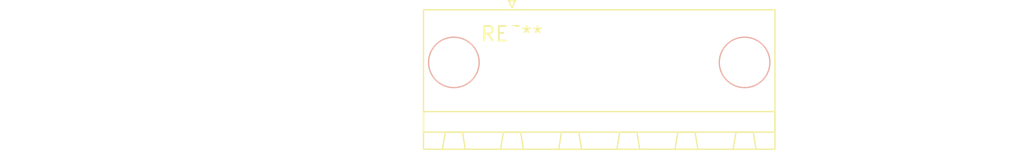
<source format=kicad_pcb>
(kicad_pcb (version 20240108) (generator pcbnew)
  (layers (0 "F.Cu" signal) (31 "B.Cu" signal) (34 "B.Paste" user) (35 "F.Paste" user) (36 "B.SilkS" user "B.Silkscreen") (37 "F.SilkS" user "F.Silkscreen") (38 "B.Mask" user) (39 "F.Mask" user) (44 "Edge.Cuts" user))
  (net 0 "")
  (footprint "PhoenixContact_MSTB_2,5_4-GF-5,08_1x04_P5.08mm_Horizontal_ThreadedFlange_MountHole" (layer "F.Cu") (at 0 0)
    (property "Reference" "REF**")
    (property "Value" "PhoenixContact_MSTB_2,5_4-GF-5,08_1x04_P5.08mm_Horizontal_ThreadedFlange_MountHole")
    (fp_circle (center -5.08 2.5) (end -2.87 2.5) (layer "B.SilkS") (stroke (width 0.12)) (fill none))
    (fp_circle (center 20.32 2.5) (end 22.53 2.5) (layer "B.SilkS") (stroke (width 0.12)) (fill none))
    (fp_line (start -7.73 -2.11) (end -7.73 10.11) (layer "F.SilkS") (stroke (width 0.12)))
    (fp_line (start -7.73 6.81) (end 22.97 6.81) (layer "F.SilkS") (stroke (width 0.12)))
    (fp_line (start -7.73 8.61) (end -7.73 6.81) (layer "F.SilkS") (stroke (width 0.12)))
    (fp_line (start -7.73 10.11) (end 22.97 10.11) (layer "F.SilkS") (stroke (width 0.12)))
    (fp_line (start -6.08 10.11) (end -4.08 10.11) (layer "F.SilkS") (stroke (width 0.12)))
    (fp_line (start -5.83 8.61) (end -6.08 10.11) (layer "F.SilkS") (stroke (width 0.12)))
    (fp_line (start -4.33 8.61) (end -5.83 8.61) (layer "F.SilkS") (stroke (width 0.12)))
    (fp_line (start -4.08 10.11) (end -4.33 8.61) (layer "F.SilkS") (stroke (width 0.12)))
    (fp_line (start -1 10.11) (end 1 10.11) (layer "F.SilkS") (stroke (width 0.12)))
    (fp_line (start -0.75 8.61) (end -1 10.11) (layer "F.SilkS") (stroke (width 0.12)))
    (fp_line (start -0.3 -2.91) (end 0.3 -2.91) (layer "F.SilkS") (stroke (width 0.12)))
    (fp_line (start 0 -2.31) (end -0.3 -2.91) (layer "F.SilkS") (stroke (width 0.12)))
    (fp_line (start 0.3 -2.91) (end 0 -2.31) (layer "F.SilkS") (stroke (width 0.12)))
    (fp_line (start 0.75 8.61) (end -0.75 8.61) (layer "F.SilkS") (stroke (width 0.12)))
    (fp_line (start 1 10.11) (end 0.75 8.61) (layer "F.SilkS") (stroke (width 0.12)))
    (fp_line (start 4.08 10.11) (end 6.08 10.11) (layer "F.SilkS") (stroke (width 0.12)))
    (fp_line (start 4.33 8.61) (end 4.08 10.11) (layer "F.SilkS") (stroke (width 0.12)))
    (fp_line (start 5.83 8.61) (end 4.33 8.61) (layer "F.SilkS") (stroke (width 0.12)))
    (fp_line (start 6.08 10.11) (end 5.83 8.61) (layer "F.SilkS") (stroke (width 0.12)))
    (fp_line (start 9.16 10.11) (end 11.16 10.11) (layer "F.SilkS") (stroke (width 0.12)))
    (fp_line (start 9.41 8.61) (end 9.16 10.11) (layer "F.SilkS") (stroke (width 0.12)))
    (fp_line (start 10.91 8.61) (end 9.41 8.61) (layer "F.SilkS") (stroke (width 0.12)))
    (fp_line (start 11.16 10.11) (end 10.91 8.61) (layer "F.SilkS") (stroke (width 0.12)))
    (fp_line (start 14.24 10.11) (end 16.24 10.11) (layer "F.SilkS") (stroke (width 0.12)))
    (fp_line (start 14.49 8.61) (end 14.24 10.11) (layer "F.SilkS") (stroke (width 0.12)))
    (fp_line (start 15.99 8.61) (end 14.49 8.61) (layer "F.SilkS") (stroke (width 0.12)))
    (fp_line (start 16.24 10.11) (end 15.99 8.61) (layer "F.SilkS") (stroke (width 0.12)))
    (fp_line (start 19.32 10.11) (end 21.32 10.11) (layer "F.SilkS") (stroke (width 0.12)))
    (fp_line (start 19.57 8.61) (end 19.32 10.11) (layer "F.SilkS") (stroke (width 0.12)))
    (fp_line (start 21.07 8.61) (end 19.57 8.61) (layer "F.SilkS") (stroke (width 0.12)))
    (fp_line (start 21.32 10.11) (end 21.07 8.61) (layer "F.SilkS") (stroke (width 0.12)))
    (fp_line (start 22.97 -2.11) (end -7.73 -2.11) (layer "F.SilkS") (stroke (width 0.12)))
    (fp_line (start 22.97 6.81) (end 22.97 8.61) (layer "F.SilkS") (stroke (width 0.12)))
    (fp_line (start 22.97 8.61) (end -7.73 8.61) (layer "F.SilkS") (stroke (width 0.12)))
    (fp_line (start 22.97 10.11) (end 22.97 -2.11) (layer "F.SilkS") (stroke (width 0.12)))
    (pad "" np_thru_hole circle (at -5.08 2.5) (size 2.4 2.4) (drill 2.4) (layers *.Cu *.Mask))
    (pad "" np_thru_hole circle (at 20.32 2.5) (size 2.4 2.4) (drill 2.4) (layers *.Cu *.Mask))
    (pad "1" thru_hole roundrect (at 0 0) (size 2.08 3.6) (drill 1.4) (layers *.Cu *.Mask) (remove_unused_layers) (roundrect_rratio 0.120192))
    (pad "2" thru_hole oval (at 5.08 0) (size 2.08 3.6) (drill 1.4) (layers *.Cu *.Mask) (remove_unused_layers))
    (pad "3" thru_hole oval (at 10.16 0) (size 2.08 3.6) (drill 1.4) (layers *.Cu *.Mask) (remove_unused_layers))
    (pad "4" thru_hole oval (at 15.24 0) (size 2.08 3.6) (drill 1.4) (layers *.Cu *.Mask) (remove_unused_layers))
  )
)
</source>
